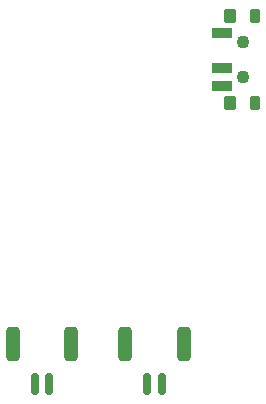
<source format=gbr>
G04 #@! TF.GenerationSoftware,KiCad,Pcbnew,8.0.0-rc1-52-g27482ef8a0*
G04 #@! TF.CreationDate,2024-01-20T20:33:33+01:00*
G04 #@! TF.ProjectId,test,74657374-2e6b-4696-9361-645f70636258,rev?*
G04 #@! TF.SameCoordinates,Original*
G04 #@! TF.FileFunction,Soldermask,Bot*
G04 #@! TF.FilePolarity,Negative*
%FSLAX46Y46*%
G04 Gerber Fmt 4.6, Leading zero omitted, Abs format (unit mm)*
G04 Created by KiCad (PCBNEW 8.0.0-rc1-52-g27482ef8a0) date 2024-01-20 20:33:33*
%MOMM*%
%LPD*%
G01*
G04 APERTURE LIST*
G04 Aperture macros list*
%AMRoundRect*
0 Rectangle with rounded corners*
0 $1 Rounding radius*
0 $2 $3 $4 $5 $6 $7 $8 $9 X,Y pos of 4 corners*
0 Add a 4 corners polygon primitive as box body*
4,1,4,$2,$3,$4,$5,$6,$7,$8,$9,$2,$3,0*
0 Add four circle primitives for the rounded corners*
1,1,$1+$1,$2,$3*
1,1,$1+$1,$4,$5*
1,1,$1+$1,$6,$7*
1,1,$1+$1,$8,$9*
0 Add four rect primitives between the rounded corners*
20,1,$1+$1,$2,$3,$4,$5,0*
20,1,$1+$1,$4,$5,$6,$7,0*
20,1,$1+$1,$6,$7,$8,$9,0*
20,1,$1+$1,$8,$9,$2,$3,0*%
G04 Aperture macros list end*
%ADD10C,1.102360*%
%ADD11RoundRect,0.175500X0.175500X0.725500X-0.175500X0.725500X-0.175500X-0.725500X0.175500X-0.725500X0*%
%ADD12RoundRect,0.275500X0.275500X1.175500X-0.275500X1.175500X-0.275500X-1.175500X0.275500X-1.175500X0*%
%ADD13RoundRect,0.101600X-0.749300X0.349250X-0.749300X-0.349250X0.749300X-0.349250X0.749300X0.349250X0*%
%ADD14RoundRect,0.101600X0.299720X-0.499110X0.299720X0.499110X-0.299720X0.499110X-0.299720X-0.499110X0*%
%ADD15RoundRect,0.101600X0.398780X-0.499110X0.398780X0.499110X-0.398780X0.499110X-0.398780X-0.499110X0*%
G04 APERTURE END LIST*
D10*
X67500000Y-91501400D03*
X67500000Y-94498600D03*
D11*
X60625000Y-120450000D03*
X59375000Y-120450000D03*
D12*
X62475000Y-117100000D03*
X57525000Y-117100000D03*
D10*
X67500000Y-94498600D03*
X67500000Y-91501400D03*
D13*
X65752480Y-95247900D03*
X65752480Y-93749300D03*
X65752480Y-90752100D03*
D14*
X68498220Y-96649980D03*
D15*
X66400180Y-96649980D03*
D14*
X68498220Y-89350020D03*
D15*
X66400180Y-89350020D03*
D11*
X51125000Y-120450000D03*
X49875000Y-120450000D03*
D12*
X52975000Y-117100000D03*
X48025000Y-117100000D03*
M02*

</source>
